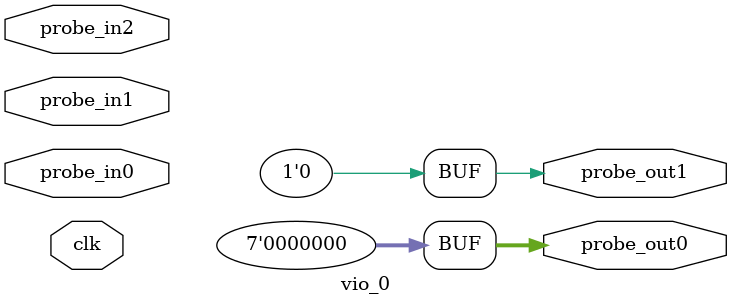
<source format=v>
`timescale 1ns / 1ps
module vio_0 (
clk,
probe_in0,probe_in1,probe_in2,
probe_out0,
probe_out1
);

input clk;
input [0 : 0] probe_in0;
input [0 : 0] probe_in1;
input [0 : 0] probe_in2;

output reg [6 : 0] probe_out0 = 'h00 ;
output reg [0 : 0] probe_out1 = 'h0 ;


endmodule

</source>
